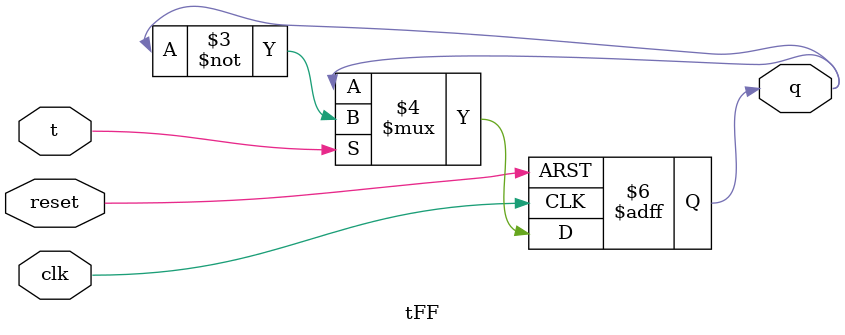
<source format=v>
module tFF(t, clk, reset, q);
   input t, clk, reset;
   output reg q;
   always @(negedge clk or negedge reset)
   begin
      if(!reset)
         q <= 0;
      else
      begin
   	if(t)
      	 q <= ~q;
      end
   end
endmodule




</source>
